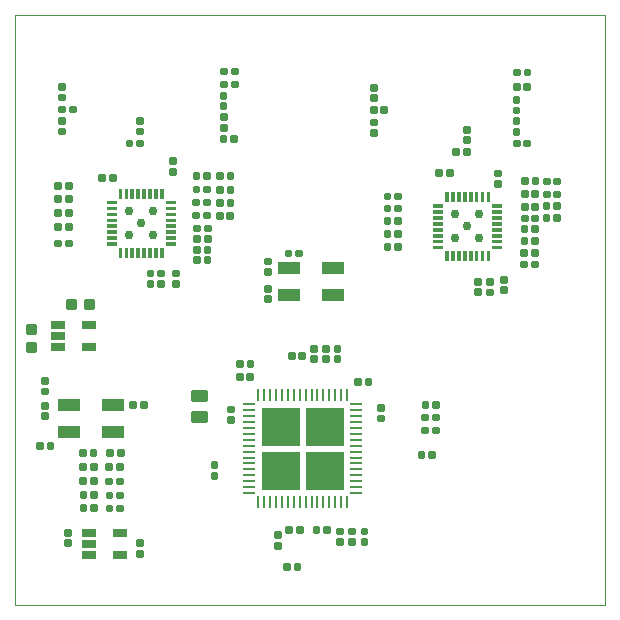
<source format=gtp>
G75*
%MOIN*%
%OFA0B0*%
%FSLAX25Y25*%
%IPPOS*%
%LPD*%
%AMOC8*
5,1,8,0,0,1.08239X$1,22.5*
%
%ADD10C,0.00000*%
%ADD11C,0.01250*%
%ADD12C,0.01000*%
%ADD13R,0.00984X0.03937*%
%ADD14R,0.03937X0.00984*%
%ADD15R,0.12795X0.12795*%
%ADD16C,0.03000*%
%ADD17C,0.00220*%
%ADD18R,0.07480X0.04331*%
%ADD19R,0.04724X0.02717*%
%ADD20C,0.00875*%
D10*
X0002386Y0002294D02*
X0002386Y0199144D01*
X0199236Y0199144D01*
X0199236Y0002294D01*
X0002386Y0002294D01*
D11*
X0019478Y0022360D02*
X0019478Y0023610D01*
X0020728Y0023610D01*
X0020728Y0022360D01*
X0019478Y0022360D01*
X0019478Y0023609D02*
X0020728Y0023609D01*
X0019478Y0025860D02*
X0019478Y0027110D01*
X0020728Y0027110D01*
X0020728Y0025860D01*
X0019478Y0025860D01*
X0019478Y0027109D02*
X0020728Y0027109D01*
X0024696Y0033992D02*
X0024696Y0035242D01*
X0025946Y0035242D01*
X0025946Y0033992D01*
X0024696Y0033992D01*
X0024696Y0035241D02*
X0025946Y0035241D01*
X0028196Y0035242D02*
X0028196Y0033992D01*
X0028196Y0035242D02*
X0029446Y0035242D01*
X0029446Y0033992D01*
X0028196Y0033992D01*
X0028196Y0035241D02*
X0029446Y0035241D01*
X0028157Y0038323D02*
X0028157Y0039573D01*
X0029407Y0039573D01*
X0029407Y0038323D01*
X0028157Y0038323D01*
X0028157Y0039572D02*
X0029407Y0039572D01*
X0028117Y0043047D02*
X0028117Y0044297D01*
X0029367Y0044297D01*
X0029367Y0043047D01*
X0028117Y0043047D01*
X0028117Y0044296D02*
X0029367Y0044296D01*
X0028078Y0047771D02*
X0028078Y0049021D01*
X0029328Y0049021D01*
X0029328Y0047771D01*
X0028078Y0047771D01*
X0028078Y0049020D02*
X0029328Y0049020D01*
X0028039Y0052496D02*
X0028039Y0053746D01*
X0029289Y0053746D01*
X0029289Y0052496D01*
X0028039Y0052496D01*
X0028039Y0053745D02*
X0029289Y0053745D01*
X0024539Y0053746D02*
X0024539Y0052496D01*
X0024539Y0053746D02*
X0025789Y0053746D01*
X0025789Y0052496D01*
X0024539Y0052496D01*
X0024539Y0053745D02*
X0025789Y0053745D01*
X0024578Y0049021D02*
X0024578Y0047771D01*
X0024578Y0049021D02*
X0025828Y0049021D01*
X0025828Y0047771D01*
X0024578Y0047771D01*
X0024578Y0049020D02*
X0025828Y0049020D01*
X0024617Y0044297D02*
X0024617Y0043047D01*
X0024617Y0044297D02*
X0025867Y0044297D01*
X0025867Y0043047D01*
X0024617Y0043047D01*
X0024617Y0044296D02*
X0025867Y0044296D01*
X0024657Y0039573D02*
X0024657Y0038323D01*
X0024657Y0039573D02*
X0025907Y0039573D01*
X0025907Y0038323D01*
X0024657Y0038323D01*
X0024657Y0039572D02*
X0025907Y0039572D01*
X0033318Y0039455D02*
X0034568Y0039455D01*
X0034568Y0038205D01*
X0033318Y0038205D01*
X0033318Y0039455D01*
X0033318Y0039454D02*
X0034568Y0039454D01*
X0036818Y0039455D02*
X0038068Y0039455D01*
X0038068Y0038205D01*
X0036818Y0038205D01*
X0036818Y0039455D01*
X0036818Y0039454D02*
X0038068Y0039454D01*
X0038029Y0044179D02*
X0036779Y0044179D01*
X0038029Y0044179D02*
X0038029Y0042929D01*
X0036779Y0042929D01*
X0036779Y0044179D01*
X0036779Y0044178D02*
X0038029Y0044178D01*
X0037989Y0048903D02*
X0036739Y0048903D01*
X0037989Y0048903D02*
X0037989Y0047653D01*
X0036739Y0047653D01*
X0036739Y0048903D01*
X0036739Y0048902D02*
X0037989Y0048902D01*
X0038344Y0053628D02*
X0037094Y0053628D01*
X0038344Y0053628D02*
X0038344Y0052378D01*
X0037094Y0052378D01*
X0037094Y0053628D01*
X0037094Y0053627D02*
X0038344Y0053627D01*
X0034844Y0053628D02*
X0033594Y0053628D01*
X0034844Y0053628D02*
X0034844Y0052378D01*
X0033594Y0052378D01*
X0033594Y0053628D01*
X0033594Y0053627D02*
X0034844Y0053627D01*
X0034489Y0048903D02*
X0033239Y0048903D01*
X0034489Y0048903D02*
X0034489Y0047653D01*
X0033239Y0047653D01*
X0033239Y0048903D01*
X0033239Y0048902D02*
X0034489Y0048902D01*
X0034529Y0044179D02*
X0033279Y0044179D01*
X0034529Y0044179D02*
X0034529Y0042929D01*
X0033279Y0042929D01*
X0033279Y0044179D01*
X0033279Y0044178D02*
X0034529Y0044178D01*
X0034608Y0035124D02*
X0033358Y0035124D01*
X0034608Y0035124D02*
X0034608Y0033874D01*
X0033358Y0033874D01*
X0033358Y0035124D01*
X0033358Y0035123D02*
X0034608Y0035123D01*
X0036858Y0035124D02*
X0038108Y0035124D01*
X0038108Y0033874D01*
X0036858Y0033874D01*
X0036858Y0035124D01*
X0036858Y0035123D02*
X0038108Y0035123D01*
X0043493Y0023567D02*
X0043493Y0022317D01*
X0043493Y0023567D02*
X0044743Y0023567D01*
X0044743Y0022317D01*
X0043493Y0022317D01*
X0043493Y0023566D02*
X0044743Y0023566D01*
X0043493Y0020067D02*
X0043493Y0018817D01*
X0043493Y0020067D02*
X0044743Y0020067D01*
X0044743Y0018817D01*
X0043493Y0018817D01*
X0043493Y0020066D02*
X0044743Y0020066D01*
X0069547Y0044801D02*
X0069547Y0046051D01*
X0069547Y0044801D02*
X0068297Y0044801D01*
X0068297Y0046051D01*
X0069547Y0046051D01*
X0069547Y0046050D02*
X0068297Y0046050D01*
X0069547Y0048301D02*
X0069547Y0049551D01*
X0069547Y0048301D02*
X0068297Y0048301D01*
X0068297Y0049551D01*
X0069547Y0049551D01*
X0069547Y0049550D02*
X0068297Y0049550D01*
X0075019Y0063384D02*
X0075019Y0064634D01*
X0075019Y0063384D02*
X0073769Y0063384D01*
X0073769Y0064634D01*
X0075019Y0064634D01*
X0075019Y0064633D02*
X0073769Y0064633D01*
X0075019Y0066884D02*
X0075019Y0068134D01*
X0075019Y0066884D02*
X0073769Y0066884D01*
X0073769Y0068134D01*
X0075019Y0068134D01*
X0075019Y0068133D02*
X0073769Y0068133D01*
X0076783Y0077732D02*
X0078033Y0077732D01*
X0076783Y0077732D02*
X0076783Y0078982D01*
X0078033Y0078982D01*
X0078033Y0077732D01*
X0078033Y0078981D02*
X0076783Y0078981D01*
X0076822Y0082063D02*
X0078072Y0082063D01*
X0076822Y0082063D02*
X0076822Y0083313D01*
X0078072Y0083313D01*
X0078072Y0082063D01*
X0078072Y0083312D02*
X0076822Y0083312D01*
X0080322Y0082063D02*
X0081572Y0082063D01*
X0080322Y0082063D02*
X0080322Y0083313D01*
X0081572Y0083313D01*
X0081572Y0082063D01*
X0081572Y0083312D02*
X0080322Y0083312D01*
X0080283Y0077732D02*
X0081533Y0077732D01*
X0080283Y0077732D02*
X0080283Y0078982D01*
X0081533Y0078982D01*
X0081533Y0077732D01*
X0081533Y0078981D02*
X0080283Y0078981D01*
X0094106Y0084740D02*
X0095356Y0084740D01*
X0094106Y0084740D02*
X0094106Y0085990D01*
X0095356Y0085990D01*
X0095356Y0084740D01*
X0095356Y0085989D02*
X0094106Y0085989D01*
X0097606Y0084740D02*
X0098856Y0084740D01*
X0097606Y0084740D02*
X0097606Y0085990D01*
X0098856Y0085990D01*
X0098856Y0084740D01*
X0098856Y0085989D02*
X0097606Y0085989D01*
X0102775Y0084949D02*
X0102775Y0083699D01*
X0101525Y0083699D01*
X0101525Y0084949D01*
X0102775Y0084949D01*
X0102775Y0084948D02*
X0101525Y0084948D01*
X0102775Y0087199D02*
X0102775Y0088449D01*
X0102775Y0087199D02*
X0101525Y0087199D01*
X0101525Y0088449D01*
X0102775Y0088449D01*
X0102775Y0088448D02*
X0101525Y0088448D01*
X0105383Y0088449D02*
X0105383Y0087199D01*
X0105383Y0088449D02*
X0106633Y0088449D01*
X0106633Y0087199D01*
X0105383Y0087199D01*
X0105383Y0088448D02*
X0106633Y0088448D01*
X0109320Y0088409D02*
X0109320Y0087159D01*
X0109320Y0088409D02*
X0110570Y0088409D01*
X0110570Y0087159D01*
X0109320Y0087159D01*
X0109320Y0088408D02*
X0110570Y0088408D01*
X0109320Y0084909D02*
X0109320Y0083659D01*
X0109320Y0084909D02*
X0110570Y0084909D01*
X0110570Y0083659D01*
X0109320Y0083659D01*
X0109320Y0084908D02*
X0110570Y0084908D01*
X0105383Y0084949D02*
X0105383Y0083699D01*
X0105383Y0084949D02*
X0106633Y0084949D01*
X0106633Y0083699D01*
X0105383Y0083699D01*
X0105383Y0084948D02*
X0106633Y0084948D01*
X0116192Y0077250D02*
X0117442Y0077250D01*
X0117442Y0076000D01*
X0116192Y0076000D01*
X0116192Y0077250D01*
X0116192Y0077249D02*
X0117442Y0077249D01*
X0119692Y0077250D02*
X0120942Y0077250D01*
X0120942Y0076000D01*
X0119692Y0076000D01*
X0119692Y0077250D01*
X0119692Y0077249D02*
X0120942Y0077249D01*
X0125058Y0068685D02*
X0125058Y0067435D01*
X0123808Y0067435D01*
X0123808Y0068685D01*
X0125058Y0068685D01*
X0125058Y0068684D02*
X0123808Y0068684D01*
X0125058Y0065185D02*
X0125058Y0063935D01*
X0123808Y0063935D01*
X0123808Y0065185D01*
X0125058Y0065185D01*
X0125058Y0065184D02*
X0123808Y0065184D01*
X0138594Y0064268D02*
X0139844Y0064268D01*
X0138594Y0064268D02*
X0138594Y0065518D01*
X0139844Y0065518D01*
X0139844Y0064268D01*
X0139844Y0065517D02*
X0138594Y0065517D01*
X0138673Y0068441D02*
X0139923Y0068441D01*
X0138673Y0068441D02*
X0138673Y0069691D01*
X0139923Y0069691D01*
X0139923Y0068441D01*
X0139923Y0069690D02*
X0138673Y0069690D01*
X0142173Y0068441D02*
X0143423Y0068441D01*
X0142173Y0068441D02*
X0142173Y0069691D01*
X0143423Y0069691D01*
X0143423Y0068441D01*
X0143423Y0069690D02*
X0142173Y0069690D01*
X0142094Y0064268D02*
X0143344Y0064268D01*
X0142094Y0064268D02*
X0142094Y0065518D01*
X0143344Y0065518D01*
X0143344Y0064268D01*
X0143344Y0065517D02*
X0142094Y0065517D01*
X0142094Y0059937D02*
X0143344Y0059937D01*
X0142094Y0059937D02*
X0142094Y0061187D01*
X0143344Y0061187D01*
X0143344Y0059937D01*
X0143344Y0061186D02*
X0142094Y0061186D01*
X0139844Y0059937D02*
X0138594Y0059937D01*
X0138594Y0061187D01*
X0139844Y0061187D01*
X0139844Y0059937D01*
X0139844Y0061186D02*
X0138594Y0061186D01*
X0138623Y0051708D02*
X0137373Y0051708D01*
X0137373Y0052958D01*
X0138623Y0052958D01*
X0138623Y0051708D01*
X0138623Y0052957D02*
X0137373Y0052957D01*
X0140873Y0051708D02*
X0142123Y0051708D01*
X0140873Y0051708D02*
X0140873Y0052958D01*
X0142123Y0052958D01*
X0142123Y0051708D01*
X0142123Y0052957D02*
X0140873Y0052957D01*
X0118297Y0027504D02*
X0118297Y0026254D01*
X0118297Y0027504D02*
X0119547Y0027504D01*
X0119547Y0026254D01*
X0118297Y0026254D01*
X0118297Y0027503D02*
X0119547Y0027503D01*
X0118297Y0024004D02*
X0118297Y0022754D01*
X0118297Y0024004D02*
X0119547Y0024004D01*
X0119547Y0022754D01*
X0118297Y0022754D01*
X0118297Y0024003D02*
X0119547Y0024003D01*
X0114202Y0024004D02*
X0114202Y0022754D01*
X0114202Y0024004D02*
X0115452Y0024004D01*
X0115452Y0022754D01*
X0114202Y0022754D01*
X0114202Y0024003D02*
X0115452Y0024003D01*
X0114202Y0026254D02*
X0114202Y0027504D01*
X0115452Y0027504D01*
X0115452Y0026254D01*
X0114202Y0026254D01*
X0114202Y0027503D02*
X0115452Y0027503D01*
X0110265Y0027464D02*
X0110265Y0026214D01*
X0110265Y0027464D02*
X0111515Y0027464D01*
X0111515Y0026214D01*
X0110265Y0026214D01*
X0110265Y0027463D02*
X0111515Y0027463D01*
X0110265Y0023964D02*
X0110265Y0022714D01*
X0110265Y0023964D02*
X0111515Y0023964D01*
X0111515Y0022714D01*
X0110265Y0022714D01*
X0110265Y0023963D02*
X0111515Y0023963D01*
X0107123Y0028077D02*
X0105873Y0028077D01*
X0107123Y0028077D02*
X0107123Y0026827D01*
X0105873Y0026827D01*
X0105873Y0028077D01*
X0105873Y0028076D02*
X0107123Y0028076D01*
X0103623Y0028077D02*
X0102373Y0028077D01*
X0103623Y0028077D02*
X0103623Y0026827D01*
X0102373Y0026827D01*
X0102373Y0028077D01*
X0102373Y0028076D02*
X0103623Y0028076D01*
X0098029Y0028077D02*
X0096779Y0028077D01*
X0098029Y0028077D02*
X0098029Y0026827D01*
X0096779Y0026827D01*
X0096779Y0028077D01*
X0096779Y0028076D02*
X0098029Y0028076D01*
X0094529Y0028077D02*
X0093279Y0028077D01*
X0094529Y0028077D02*
X0094529Y0026827D01*
X0093279Y0026827D01*
X0093279Y0028077D01*
X0093279Y0028076D02*
X0094529Y0028076D01*
X0090728Y0026244D02*
X0090728Y0024994D01*
X0089478Y0024994D01*
X0089478Y0026244D01*
X0090728Y0026244D01*
X0090728Y0026243D02*
X0089478Y0026243D01*
X0090728Y0022744D02*
X0090728Y0021494D01*
X0089478Y0021494D01*
X0089478Y0022744D01*
X0090728Y0022744D01*
X0090728Y0022743D02*
X0089478Y0022743D01*
X0092491Y0014504D02*
X0093741Y0014504D01*
X0092491Y0014504D02*
X0092491Y0015754D01*
X0093741Y0015754D01*
X0093741Y0014504D01*
X0093741Y0015753D02*
X0092491Y0015753D01*
X0095991Y0014504D02*
X0097241Y0014504D01*
X0095991Y0014504D02*
X0095991Y0015754D01*
X0097241Y0015754D01*
X0097241Y0014504D01*
X0097241Y0015753D02*
X0095991Y0015753D01*
X0046021Y0068441D02*
X0044771Y0068441D01*
X0044771Y0069691D01*
X0046021Y0069691D01*
X0046021Y0068441D01*
X0046021Y0069690D02*
X0044771Y0069690D01*
X0042521Y0068441D02*
X0041271Y0068441D01*
X0041271Y0069691D01*
X0042521Y0069691D01*
X0042521Y0068441D01*
X0042521Y0069690D02*
X0041271Y0069690D01*
X0014879Y0054661D02*
X0013629Y0054661D01*
X0013629Y0055911D01*
X0014879Y0055911D01*
X0014879Y0054661D01*
X0014879Y0055910D02*
X0013629Y0055910D01*
X0011379Y0054661D02*
X0010129Y0054661D01*
X0010129Y0055911D01*
X0011379Y0055911D01*
X0011379Y0054661D01*
X0011379Y0055910D02*
X0010129Y0055910D01*
X0011879Y0064683D02*
X0011879Y0065933D01*
X0013129Y0065933D01*
X0013129Y0064683D01*
X0011879Y0064683D01*
X0011879Y0065932D02*
X0013129Y0065932D01*
X0011879Y0068183D02*
X0011879Y0069433D01*
X0013129Y0069433D01*
X0013129Y0068183D01*
X0011879Y0068183D01*
X0011879Y0069432D02*
X0013129Y0069432D01*
X0011840Y0072911D02*
X0011840Y0074161D01*
X0013090Y0074161D01*
X0013090Y0072911D01*
X0011840Y0072911D01*
X0011840Y0074160D02*
X0013090Y0074160D01*
X0011840Y0076411D02*
X0011840Y0077661D01*
X0013090Y0077661D01*
X0013090Y0076411D01*
X0011840Y0076411D01*
X0011840Y0077660D02*
X0013090Y0077660D01*
X0047037Y0108777D02*
X0047037Y0110027D01*
X0048287Y0110027D01*
X0048287Y0108777D01*
X0047037Y0108777D01*
X0047037Y0110026D02*
X0048287Y0110026D01*
X0047037Y0112277D02*
X0047037Y0113527D01*
X0048287Y0113527D01*
X0048287Y0112277D01*
X0047037Y0112277D01*
X0047037Y0113526D02*
X0048287Y0113526D01*
X0050580Y0113488D02*
X0050580Y0112238D01*
X0050580Y0113488D02*
X0051830Y0113488D01*
X0051830Y0112238D01*
X0050580Y0112238D01*
X0050580Y0113487D02*
X0051830Y0113487D01*
X0050580Y0109988D02*
X0050580Y0108738D01*
X0050580Y0109988D02*
X0051830Y0109988D01*
X0051830Y0108738D01*
X0050580Y0108738D01*
X0050580Y0109987D02*
X0051830Y0109987D01*
X0056673Y0109988D02*
X0056673Y0108738D01*
X0055423Y0108738D01*
X0055423Y0109988D01*
X0056673Y0109988D01*
X0056673Y0109987D02*
X0055423Y0109987D01*
X0056673Y0112238D02*
X0056673Y0113488D01*
X0056673Y0112238D02*
X0055423Y0112238D01*
X0055423Y0113488D01*
X0056673Y0113488D01*
X0056673Y0113487D02*
X0055423Y0113487D01*
X0062491Y0116630D02*
X0063741Y0116630D01*
X0062491Y0116630D02*
X0062491Y0117880D01*
X0063741Y0117880D01*
X0063741Y0116630D01*
X0063741Y0117879D02*
X0062491Y0117879D01*
X0062531Y0120173D02*
X0063781Y0120173D01*
X0062531Y0120173D02*
X0062531Y0121423D01*
X0063781Y0121423D01*
X0063781Y0120173D01*
X0063781Y0121422D02*
X0062531Y0121422D01*
X0062570Y0123716D02*
X0063820Y0123716D01*
X0062570Y0123716D02*
X0062570Y0124966D01*
X0063820Y0124966D01*
X0063820Y0123716D01*
X0063820Y0124965D02*
X0062570Y0124965D01*
X0062610Y0127260D02*
X0063860Y0127260D01*
X0062610Y0127260D02*
X0062610Y0128510D01*
X0063860Y0128510D01*
X0063860Y0127260D01*
X0063860Y0128509D02*
X0062610Y0128509D01*
X0062255Y0131590D02*
X0063505Y0131590D01*
X0062255Y0131590D02*
X0062255Y0132840D01*
X0063505Y0132840D01*
X0063505Y0131590D01*
X0063505Y0132839D02*
X0062255Y0132839D01*
X0062295Y0135921D02*
X0063545Y0135921D01*
X0062295Y0135921D02*
X0062295Y0137171D01*
X0063545Y0137171D01*
X0063545Y0135921D01*
X0063545Y0137170D02*
X0062295Y0137170D01*
X0062334Y0140252D02*
X0063584Y0140252D01*
X0062334Y0140252D02*
X0062334Y0141502D01*
X0063584Y0141502D01*
X0063584Y0140252D01*
X0063584Y0141501D02*
X0062334Y0141501D01*
X0062334Y0144819D02*
X0063584Y0144819D01*
X0062334Y0144819D02*
X0062334Y0146069D01*
X0063584Y0146069D01*
X0063584Y0144819D01*
X0063584Y0146068D02*
X0062334Y0146068D01*
X0065834Y0144819D02*
X0067084Y0144819D01*
X0065834Y0144819D02*
X0065834Y0146069D01*
X0067084Y0146069D01*
X0067084Y0144819D01*
X0067084Y0146068D02*
X0065834Y0146068D01*
X0065834Y0140252D02*
X0067084Y0140252D01*
X0065834Y0140252D02*
X0065834Y0141502D01*
X0067084Y0141502D01*
X0067084Y0140252D01*
X0067084Y0141501D02*
X0065834Y0141501D01*
X0065795Y0135921D02*
X0067045Y0135921D01*
X0065795Y0135921D02*
X0065795Y0137171D01*
X0067045Y0137171D01*
X0067045Y0135921D01*
X0067045Y0137170D02*
X0065795Y0137170D01*
X0065755Y0131590D02*
X0067005Y0131590D01*
X0065755Y0131590D02*
X0065755Y0132840D01*
X0067005Y0132840D01*
X0067005Y0131590D01*
X0067005Y0132839D02*
X0065755Y0132839D01*
X0071340Y0132722D02*
X0071340Y0131472D01*
X0070090Y0131472D01*
X0070090Y0132722D01*
X0071340Y0132722D01*
X0071340Y0132721D02*
X0070090Y0132721D01*
X0071379Y0135803D02*
X0071379Y0137053D01*
X0071379Y0135803D02*
X0070129Y0135803D01*
X0070129Y0137053D01*
X0071379Y0137053D01*
X0071379Y0137052D02*
X0070129Y0137052D01*
X0071419Y0140134D02*
X0071419Y0141384D01*
X0071419Y0140134D02*
X0070169Y0140134D01*
X0070169Y0141384D01*
X0071419Y0141384D01*
X0071419Y0141383D02*
X0070169Y0141383D01*
X0071458Y0144858D02*
X0071458Y0146108D01*
X0071458Y0144858D02*
X0070208Y0144858D01*
X0070208Y0146108D01*
X0071458Y0146108D01*
X0071458Y0146107D02*
X0070208Y0146107D01*
X0074958Y0146108D02*
X0074958Y0144858D01*
X0073708Y0144858D01*
X0073708Y0146108D01*
X0074958Y0146108D01*
X0074958Y0146107D02*
X0073708Y0146107D01*
X0074919Y0141384D02*
X0074919Y0140134D01*
X0073669Y0140134D01*
X0073669Y0141384D01*
X0074919Y0141384D01*
X0074919Y0141383D02*
X0073669Y0141383D01*
X0074879Y0137053D02*
X0074879Y0135803D01*
X0073629Y0135803D01*
X0073629Y0137053D01*
X0074879Y0137053D01*
X0074879Y0137052D02*
X0073629Y0137052D01*
X0074840Y0132722D02*
X0074840Y0131472D01*
X0073590Y0131472D01*
X0073590Y0132722D01*
X0074840Y0132722D01*
X0074840Y0132721D02*
X0073590Y0132721D01*
X0067360Y0127260D02*
X0066110Y0127260D01*
X0066110Y0128510D01*
X0067360Y0128510D01*
X0067360Y0127260D01*
X0067360Y0128509D02*
X0066110Y0128509D01*
X0066070Y0123716D02*
X0067320Y0123716D01*
X0066070Y0123716D02*
X0066070Y0124966D01*
X0067320Y0124966D01*
X0067320Y0123716D01*
X0067320Y0124965D02*
X0066070Y0124965D01*
X0066031Y0120173D02*
X0067281Y0120173D01*
X0066031Y0120173D02*
X0066031Y0121423D01*
X0067281Y0121423D01*
X0067281Y0120173D01*
X0067281Y0121422D02*
X0066031Y0121422D01*
X0065991Y0116630D02*
X0067241Y0116630D01*
X0065991Y0116630D02*
X0065991Y0117880D01*
X0067241Y0117880D01*
X0067241Y0116630D01*
X0067241Y0117879D02*
X0065991Y0117879D01*
X0086249Y0117504D02*
X0086249Y0116254D01*
X0086249Y0117504D02*
X0087499Y0117504D01*
X0087499Y0116254D01*
X0086249Y0116254D01*
X0086249Y0117503D02*
X0087499Y0117503D01*
X0086249Y0114004D02*
X0086249Y0112754D01*
X0086249Y0114004D02*
X0087499Y0114004D01*
X0087499Y0112754D01*
X0086249Y0112754D01*
X0086249Y0114003D02*
X0087499Y0114003D01*
X0086249Y0108409D02*
X0086249Y0107159D01*
X0086249Y0108409D02*
X0087499Y0108409D01*
X0087499Y0107159D01*
X0086249Y0107159D01*
X0086249Y0108408D02*
X0087499Y0108408D01*
X0086249Y0104909D02*
X0086249Y0103659D01*
X0086249Y0104909D02*
X0087499Y0104909D01*
X0087499Y0103659D01*
X0086249Y0103659D01*
X0086249Y0104908D02*
X0087499Y0104908D01*
X0093003Y0118913D02*
X0094253Y0118913D01*
X0093003Y0118913D02*
X0093003Y0120163D01*
X0094253Y0120163D01*
X0094253Y0118913D01*
X0094253Y0120162D02*
X0093003Y0120162D01*
X0096503Y0118913D02*
X0097753Y0118913D01*
X0096503Y0118913D02*
X0096503Y0120163D01*
X0097753Y0120163D01*
X0097753Y0118913D01*
X0097753Y0120162D02*
X0096503Y0120162D01*
X0125995Y0122250D02*
X0127245Y0122250D01*
X0127245Y0121000D01*
X0125995Y0121000D01*
X0125995Y0122250D01*
X0125995Y0122249D02*
X0127245Y0122249D01*
X0129495Y0122250D02*
X0130745Y0122250D01*
X0130745Y0121000D01*
X0129495Y0121000D01*
X0129495Y0122250D01*
X0129495Y0122249D02*
X0130745Y0122249D01*
X0130745Y0126581D02*
X0129495Y0126581D01*
X0130745Y0126581D02*
X0130745Y0125331D01*
X0129495Y0125331D01*
X0129495Y0126581D01*
X0129495Y0126580D02*
X0130745Y0126580D01*
X0130745Y0130911D02*
X0129495Y0130911D01*
X0130745Y0130911D02*
X0130745Y0129661D01*
X0129495Y0129661D01*
X0129495Y0130911D01*
X0129495Y0130910D02*
X0130745Y0130910D01*
X0130745Y0133913D02*
X0129495Y0133913D01*
X0129495Y0135163D01*
X0130745Y0135163D01*
X0130745Y0133913D01*
X0130745Y0135162D02*
X0129495Y0135162D01*
X0127245Y0133913D02*
X0125995Y0133913D01*
X0125995Y0135163D01*
X0127245Y0135163D01*
X0127245Y0133913D01*
X0127245Y0135162D02*
X0125995Y0135162D01*
X0125995Y0139179D02*
X0127245Y0139179D01*
X0127245Y0137929D01*
X0125995Y0137929D01*
X0125995Y0139179D01*
X0125995Y0139178D02*
X0127245Y0139178D01*
X0129495Y0139179D02*
X0130745Y0139179D01*
X0130745Y0137929D01*
X0129495Y0137929D01*
X0129495Y0139179D01*
X0129495Y0139178D02*
X0130745Y0139178D01*
X0127245Y0130911D02*
X0125995Y0130911D01*
X0127245Y0130911D02*
X0127245Y0129661D01*
X0125995Y0129661D01*
X0125995Y0130911D01*
X0125995Y0130910D02*
X0127245Y0130910D01*
X0127245Y0126581D02*
X0125995Y0126581D01*
X0127245Y0126581D02*
X0127245Y0125331D01*
X0125995Y0125331D01*
X0125995Y0126581D01*
X0125995Y0126580D02*
X0127245Y0126580D01*
X0143279Y0147053D02*
X0144529Y0147053D01*
X0144529Y0145803D01*
X0143279Y0145803D01*
X0143279Y0147053D01*
X0143279Y0147052D02*
X0144529Y0147052D01*
X0146779Y0147053D02*
X0148029Y0147053D01*
X0148029Y0145803D01*
X0146779Y0145803D01*
X0146779Y0147053D01*
X0146779Y0147052D02*
X0148029Y0147052D01*
X0148909Y0152850D02*
X0150159Y0152850D01*
X0148909Y0152850D02*
X0148909Y0154100D01*
X0150159Y0154100D01*
X0150159Y0152850D01*
X0150159Y0154099D02*
X0148909Y0154099D01*
X0152409Y0152850D02*
X0153659Y0152850D01*
X0152409Y0152850D02*
X0152409Y0154100D01*
X0153659Y0154100D01*
X0153659Y0152850D01*
X0153659Y0154099D02*
X0152409Y0154099D01*
X0153798Y0156651D02*
X0153798Y0157901D01*
X0153798Y0156651D02*
X0152548Y0156651D01*
X0152548Y0157901D01*
X0153798Y0157901D01*
X0153798Y0157900D02*
X0152548Y0157900D01*
X0153798Y0160151D02*
X0153798Y0161401D01*
X0153798Y0160151D02*
X0152548Y0160151D01*
X0152548Y0161401D01*
X0153798Y0161401D01*
X0153798Y0161400D02*
X0152548Y0161400D01*
X0164074Y0146795D02*
X0164074Y0145545D01*
X0162824Y0145545D01*
X0162824Y0146795D01*
X0164074Y0146795D01*
X0164074Y0146794D02*
X0162824Y0146794D01*
X0164074Y0143295D02*
X0164074Y0142045D01*
X0162824Y0142045D01*
X0162824Y0143295D01*
X0164074Y0143295D01*
X0164074Y0143294D02*
X0162824Y0143294D01*
X0171822Y0143008D02*
X0173072Y0143008D01*
X0171822Y0143008D02*
X0171822Y0144258D01*
X0173072Y0144258D01*
X0173072Y0143008D01*
X0173072Y0144257D02*
X0171822Y0144257D01*
X0175322Y0143008D02*
X0176572Y0143008D01*
X0175322Y0143008D02*
X0175322Y0144258D01*
X0176572Y0144258D01*
X0176572Y0143008D01*
X0176572Y0144257D02*
X0175322Y0144257D01*
X0180356Y0144140D02*
X0180356Y0142890D01*
X0179106Y0142890D01*
X0179106Y0144140D01*
X0180356Y0144140D01*
X0180356Y0144139D02*
X0179106Y0144139D01*
X0183856Y0144140D02*
X0183856Y0142890D01*
X0182606Y0142890D01*
X0182606Y0144140D01*
X0183856Y0144140D01*
X0183856Y0144139D02*
X0182606Y0144139D01*
X0183816Y0139809D02*
X0183816Y0138559D01*
X0182566Y0138559D01*
X0182566Y0139809D01*
X0183816Y0139809D01*
X0183816Y0139808D02*
X0182566Y0139808D01*
X0180316Y0139809D02*
X0180316Y0138559D01*
X0179066Y0138559D01*
X0179066Y0139809D01*
X0180316Y0139809D01*
X0180316Y0139808D02*
X0179066Y0139808D01*
X0176533Y0138677D02*
X0175283Y0138677D01*
X0175283Y0139927D01*
X0176533Y0139927D01*
X0176533Y0138677D01*
X0176533Y0139926D02*
X0175283Y0139926D01*
X0173033Y0138677D02*
X0171783Y0138677D01*
X0171783Y0139927D01*
X0173033Y0139927D01*
X0173033Y0138677D01*
X0173033Y0139926D02*
X0171783Y0139926D01*
X0171783Y0134504D02*
X0173033Y0134504D01*
X0171783Y0134504D02*
X0171783Y0135754D01*
X0173033Y0135754D01*
X0173033Y0134504D01*
X0173033Y0135753D02*
X0171783Y0135753D01*
X0175283Y0134504D02*
X0176533Y0134504D01*
X0175283Y0134504D02*
X0175283Y0135754D01*
X0176533Y0135754D01*
X0176533Y0134504D01*
X0176533Y0135753D02*
X0175283Y0135753D01*
X0180277Y0135872D02*
X0180277Y0134622D01*
X0179027Y0134622D01*
X0179027Y0135872D01*
X0180277Y0135872D01*
X0180277Y0135871D02*
X0179027Y0135871D01*
X0183777Y0135872D02*
X0183777Y0134622D01*
X0182527Y0134622D01*
X0182527Y0135872D01*
X0183777Y0135872D01*
X0183777Y0135871D02*
X0182527Y0135871D01*
X0183737Y0131935D02*
X0183737Y0130685D01*
X0182487Y0130685D01*
X0182487Y0131935D01*
X0183737Y0131935D01*
X0183737Y0131934D02*
X0182487Y0131934D01*
X0180237Y0131935D02*
X0180237Y0130685D01*
X0178987Y0130685D01*
X0178987Y0131935D01*
X0180237Y0131935D01*
X0180237Y0131934D02*
X0178987Y0131934D01*
X0176493Y0130567D02*
X0175243Y0130567D01*
X0175243Y0131817D01*
X0176493Y0131817D01*
X0176493Y0130567D01*
X0176493Y0131816D02*
X0175243Y0131816D01*
X0172993Y0130567D02*
X0171743Y0130567D01*
X0171743Y0131817D01*
X0172993Y0131817D01*
X0172993Y0130567D01*
X0172993Y0131816D02*
X0171743Y0131816D01*
X0171704Y0127023D02*
X0172954Y0127023D01*
X0171704Y0127023D02*
X0171704Y0128273D01*
X0172954Y0128273D01*
X0172954Y0127023D01*
X0172954Y0128272D02*
X0171704Y0128272D01*
X0175204Y0127023D02*
X0176454Y0127023D01*
X0175204Y0127023D02*
X0175204Y0128273D01*
X0176454Y0128273D01*
X0176454Y0127023D01*
X0176454Y0128272D02*
X0175204Y0128272D01*
X0175165Y0123086D02*
X0176415Y0123086D01*
X0175165Y0123086D02*
X0175165Y0124336D01*
X0176415Y0124336D01*
X0176415Y0123086D01*
X0176415Y0124335D02*
X0175165Y0124335D01*
X0172915Y0123086D02*
X0171665Y0123086D01*
X0171665Y0124336D01*
X0172915Y0124336D01*
X0172915Y0123086D01*
X0172915Y0124335D02*
X0171665Y0124335D01*
X0171625Y0119149D02*
X0172875Y0119149D01*
X0171625Y0119149D02*
X0171625Y0120399D01*
X0172875Y0120399D01*
X0172875Y0119149D01*
X0172875Y0120398D02*
X0171625Y0120398D01*
X0175125Y0119149D02*
X0176375Y0119149D01*
X0175125Y0119149D02*
X0175125Y0120399D01*
X0176375Y0120399D01*
X0176375Y0119149D01*
X0176375Y0120398D02*
X0175125Y0120398D01*
X0175086Y0115212D02*
X0176336Y0115212D01*
X0175086Y0115212D02*
X0175086Y0116462D01*
X0176336Y0116462D01*
X0176336Y0115212D01*
X0176336Y0116461D02*
X0175086Y0116461D01*
X0172836Y0115212D02*
X0171586Y0115212D01*
X0171586Y0116462D01*
X0172836Y0116462D01*
X0172836Y0115212D01*
X0172836Y0116461D02*
X0171586Y0116461D01*
X0166043Y0111441D02*
X0166043Y0110191D01*
X0164793Y0110191D01*
X0164793Y0111441D01*
X0166043Y0111441D01*
X0166043Y0111440D02*
X0164793Y0111440D01*
X0166043Y0107941D02*
X0166043Y0106691D01*
X0164793Y0106691D01*
X0164793Y0107941D01*
X0166043Y0107941D01*
X0166043Y0107940D02*
X0164793Y0107940D01*
X0160186Y0107193D02*
X0160186Y0105943D01*
X0160186Y0107193D02*
X0161436Y0107193D01*
X0161436Y0105943D01*
X0160186Y0105943D01*
X0160186Y0107192D02*
X0161436Y0107192D01*
X0160186Y0109443D02*
X0160186Y0110693D01*
X0161436Y0110693D01*
X0161436Y0109443D01*
X0160186Y0109443D01*
X0160186Y0110692D02*
X0161436Y0110692D01*
X0156249Y0110732D02*
X0156249Y0109482D01*
X0156249Y0110732D02*
X0157499Y0110732D01*
X0157499Y0109482D01*
X0156249Y0109482D01*
X0156249Y0110731D02*
X0157499Y0110731D01*
X0156249Y0107232D02*
X0156249Y0105982D01*
X0156249Y0107232D02*
X0157499Y0107232D01*
X0157499Y0105982D01*
X0156249Y0105982D01*
X0156249Y0107231D02*
X0157499Y0107231D01*
X0169106Y0156817D02*
X0170356Y0156817D01*
X0170356Y0155567D01*
X0169106Y0155567D01*
X0169106Y0156817D01*
X0169106Y0156816D02*
X0170356Y0156816D01*
X0172606Y0156817D02*
X0173856Y0156817D01*
X0173856Y0155567D01*
X0172606Y0155567D01*
X0172606Y0156817D01*
X0172606Y0156816D02*
X0173856Y0156816D01*
X0170295Y0159525D02*
X0170295Y0160775D01*
X0170295Y0159525D02*
X0169045Y0159525D01*
X0169045Y0160775D01*
X0170295Y0160775D01*
X0170295Y0160774D02*
X0169045Y0160774D01*
X0170295Y0163025D02*
X0170295Y0164275D01*
X0170295Y0163025D02*
X0169045Y0163025D01*
X0169045Y0164275D01*
X0170295Y0164275D01*
X0170295Y0164274D02*
X0169045Y0164274D01*
X0169045Y0166612D02*
X0169045Y0167862D01*
X0170295Y0167862D01*
X0170295Y0166612D01*
X0169045Y0166612D01*
X0169045Y0167861D02*
X0170295Y0167861D01*
X0169045Y0170112D02*
X0169045Y0171362D01*
X0170295Y0171362D01*
X0170295Y0170112D01*
X0169045Y0170112D01*
X0169045Y0171361D02*
X0170295Y0171361D01*
X0170356Y0174504D02*
X0169106Y0174504D01*
X0169106Y0175754D01*
X0170356Y0175754D01*
X0170356Y0174504D01*
X0170356Y0175753D02*
X0169106Y0175753D01*
X0169145Y0179228D02*
X0170395Y0179228D01*
X0169145Y0179228D02*
X0169145Y0180478D01*
X0170395Y0180478D01*
X0170395Y0179228D01*
X0170395Y0180477D02*
X0169145Y0180477D01*
X0172645Y0179228D02*
X0173895Y0179228D01*
X0172645Y0179228D02*
X0172645Y0180478D01*
X0173895Y0180478D01*
X0173895Y0179228D01*
X0173895Y0180477D02*
X0172645Y0180477D01*
X0172606Y0174504D02*
X0173856Y0174504D01*
X0172606Y0174504D02*
X0172606Y0175754D01*
X0173856Y0175754D01*
X0173856Y0174504D01*
X0173856Y0175753D02*
X0172606Y0175753D01*
X0126139Y0166630D02*
X0124889Y0166630D01*
X0124889Y0167880D01*
X0126139Y0167880D01*
X0126139Y0166630D01*
X0126139Y0167879D02*
X0124889Y0167879D01*
X0122639Y0166630D02*
X0121389Y0166630D01*
X0121389Y0167880D01*
X0122639Y0167880D01*
X0122639Y0166630D01*
X0122639Y0167879D02*
X0121389Y0167879D01*
X0121446Y0170628D02*
X0121446Y0171878D01*
X0122696Y0171878D01*
X0122696Y0170628D01*
X0121446Y0170628D01*
X0121446Y0171877D02*
X0122696Y0171877D01*
X0121446Y0174128D02*
X0121446Y0175378D01*
X0122696Y0175378D01*
X0122696Y0174128D01*
X0121446Y0174128D01*
X0121446Y0175377D02*
X0122696Y0175377D01*
X0122657Y0163842D02*
X0122657Y0162592D01*
X0121407Y0162592D01*
X0121407Y0163842D01*
X0122657Y0163842D01*
X0122657Y0163841D02*
X0121407Y0163841D01*
X0122657Y0160342D02*
X0122657Y0159092D01*
X0121407Y0159092D01*
X0121407Y0160342D01*
X0122657Y0160342D01*
X0122657Y0160341D02*
X0121407Y0160341D01*
X0076100Y0158392D02*
X0074850Y0158392D01*
X0076100Y0158392D02*
X0076100Y0157142D01*
X0074850Y0157142D01*
X0074850Y0158392D01*
X0074850Y0158391D02*
X0076100Y0158391D01*
X0072600Y0158392D02*
X0071350Y0158392D01*
X0072600Y0158392D02*
X0072600Y0157142D01*
X0071350Y0157142D01*
X0071350Y0158392D01*
X0071350Y0158391D02*
X0072600Y0158391D01*
X0072657Y0160825D02*
X0072657Y0162075D01*
X0072657Y0160825D02*
X0071407Y0160825D01*
X0071407Y0162075D01*
X0072657Y0162075D01*
X0072657Y0162074D02*
X0071407Y0162074D01*
X0072657Y0164325D02*
X0072657Y0165575D01*
X0072657Y0164325D02*
X0071407Y0164325D01*
X0071407Y0165575D01*
X0072657Y0165575D01*
X0072657Y0165574D02*
X0071407Y0165574D01*
X0071367Y0168029D02*
X0071367Y0169279D01*
X0072617Y0169279D01*
X0072617Y0168029D01*
X0071367Y0168029D01*
X0071367Y0169278D02*
X0072617Y0169278D01*
X0071367Y0171529D02*
X0071367Y0172779D01*
X0072617Y0172779D01*
X0072617Y0171529D01*
X0071367Y0171529D01*
X0071367Y0172778D02*
X0072617Y0172778D01*
X0072836Y0175212D02*
X0071586Y0175212D01*
X0071586Y0176462D01*
X0072836Y0176462D01*
X0072836Y0175212D01*
X0072836Y0176461D02*
X0071586Y0176461D01*
X0071625Y0179543D02*
X0072875Y0179543D01*
X0071625Y0179543D02*
X0071625Y0180793D01*
X0072875Y0180793D01*
X0072875Y0179543D01*
X0072875Y0180792D02*
X0071625Y0180792D01*
X0075125Y0179543D02*
X0076375Y0179543D01*
X0075125Y0179543D02*
X0075125Y0180793D01*
X0076375Y0180793D01*
X0076375Y0179543D01*
X0076375Y0180792D02*
X0075125Y0180792D01*
X0075086Y0175212D02*
X0076336Y0175212D01*
X0075086Y0175212D02*
X0075086Y0176462D01*
X0076336Y0176462D01*
X0076336Y0175212D01*
X0076336Y0176461D02*
X0075086Y0176461D01*
X0055846Y0150929D02*
X0055846Y0149679D01*
X0054596Y0149679D01*
X0054596Y0150929D01*
X0055846Y0150929D01*
X0055846Y0150928D02*
X0054596Y0150928D01*
X0055846Y0147429D02*
X0055846Y0146179D01*
X0054596Y0146179D01*
X0054596Y0147429D01*
X0055846Y0147429D01*
X0055846Y0147428D02*
X0054596Y0147428D01*
X0044761Y0155567D02*
X0043511Y0155567D01*
X0043511Y0156817D01*
X0044761Y0156817D01*
X0044761Y0155567D01*
X0044761Y0156816D02*
X0043511Y0156816D01*
X0041261Y0155567D02*
X0040011Y0155567D01*
X0040011Y0156817D01*
X0041261Y0156817D01*
X0041261Y0155567D01*
X0041261Y0156816D02*
X0040011Y0156816D01*
X0044783Y0159565D02*
X0044783Y0160815D01*
X0044783Y0159565D02*
X0043533Y0159565D01*
X0043533Y0160815D01*
X0044783Y0160815D01*
X0044783Y0160814D02*
X0043533Y0160814D01*
X0044783Y0163065D02*
X0044783Y0164315D01*
X0044783Y0163065D02*
X0043533Y0163065D01*
X0043533Y0164315D01*
X0044783Y0164315D01*
X0044783Y0164314D02*
X0043533Y0164314D01*
X0035706Y0144110D02*
X0034456Y0144110D01*
X0034456Y0145360D01*
X0035706Y0145360D01*
X0035706Y0144110D01*
X0035706Y0145359D02*
X0034456Y0145359D01*
X0032206Y0144110D02*
X0030956Y0144110D01*
X0030956Y0145360D01*
X0032206Y0145360D01*
X0032206Y0144110D01*
X0032206Y0145359D02*
X0030956Y0145359D01*
X0021021Y0142683D02*
X0019771Y0142683D01*
X0021021Y0142683D02*
X0021021Y0141433D01*
X0019771Y0141433D01*
X0019771Y0142683D01*
X0019771Y0142682D02*
X0021021Y0142682D01*
X0017521Y0142683D02*
X0016271Y0142683D01*
X0017521Y0142683D02*
X0017521Y0141433D01*
X0016271Y0141433D01*
X0016271Y0142683D01*
X0016271Y0142682D02*
X0017521Y0142682D01*
X0017521Y0136984D02*
X0016271Y0136984D01*
X0016271Y0138234D01*
X0017521Y0138234D01*
X0017521Y0136984D01*
X0017521Y0138233D02*
X0016271Y0138233D01*
X0019771Y0136984D02*
X0021021Y0136984D01*
X0019771Y0136984D02*
X0019771Y0138234D01*
X0021021Y0138234D01*
X0021021Y0136984D01*
X0021021Y0138233D02*
X0019771Y0138233D01*
X0019771Y0133706D02*
X0021021Y0133706D01*
X0021021Y0132456D01*
X0019771Y0132456D01*
X0019771Y0133706D01*
X0019771Y0133705D02*
X0021021Y0133705D01*
X0017521Y0133706D02*
X0016271Y0133706D01*
X0017521Y0133706D02*
X0017521Y0132456D01*
X0016271Y0132456D01*
X0016271Y0133706D01*
X0016271Y0133705D02*
X0017521Y0133705D01*
X0017521Y0128982D02*
X0016271Y0128982D01*
X0017521Y0128982D02*
X0017521Y0127732D01*
X0016271Y0127732D01*
X0016271Y0128982D01*
X0016271Y0128981D02*
X0017521Y0128981D01*
X0019771Y0128982D02*
X0021021Y0128982D01*
X0021021Y0127732D01*
X0019771Y0127732D01*
X0019771Y0128982D01*
X0019771Y0128981D02*
X0021021Y0128981D01*
X0021021Y0123470D02*
X0019771Y0123470D01*
X0021021Y0123470D02*
X0021021Y0122220D01*
X0019771Y0122220D01*
X0019771Y0123470D01*
X0019771Y0123469D02*
X0021021Y0123469D01*
X0017521Y0123470D02*
X0016271Y0123470D01*
X0017521Y0123470D02*
X0017521Y0122220D01*
X0016271Y0122220D01*
X0016271Y0123470D01*
X0016271Y0123469D02*
X0017521Y0123469D01*
X0018720Y0159604D02*
X0018720Y0160854D01*
X0018720Y0159604D02*
X0017470Y0159604D01*
X0017470Y0160854D01*
X0018720Y0160854D01*
X0018720Y0160853D02*
X0017470Y0160853D01*
X0018720Y0163104D02*
X0018720Y0164354D01*
X0018720Y0163104D02*
X0017470Y0163104D01*
X0017470Y0164354D01*
X0018720Y0164354D01*
X0018720Y0164353D02*
X0017470Y0164353D01*
X0017570Y0166945D02*
X0018820Y0166945D01*
X0017570Y0166945D02*
X0017570Y0168195D01*
X0018820Y0168195D01*
X0018820Y0166945D01*
X0018820Y0168194D02*
X0017570Y0168194D01*
X0017430Y0170903D02*
X0017430Y0172153D01*
X0018680Y0172153D01*
X0018680Y0170903D01*
X0017430Y0170903D01*
X0017430Y0172152D02*
X0018680Y0172152D01*
X0017430Y0174403D02*
X0017430Y0175653D01*
X0018680Y0175653D01*
X0018680Y0174403D01*
X0017430Y0174403D01*
X0017430Y0175652D02*
X0018680Y0175652D01*
X0021070Y0166945D02*
X0022320Y0166945D01*
X0021070Y0166945D02*
X0021070Y0168195D01*
X0022320Y0168195D01*
X0022320Y0166945D01*
X0022320Y0168194D02*
X0021070Y0168194D01*
D12*
X0066014Y0073554D02*
X0066014Y0070554D01*
X0061514Y0070554D01*
X0061514Y0073554D01*
X0066014Y0073554D01*
X0066014Y0071553D02*
X0061514Y0071553D01*
X0061514Y0072552D02*
X0066014Y0072552D01*
X0066014Y0073551D02*
X0061514Y0073551D01*
X0066014Y0066554D02*
X0066014Y0063554D01*
X0061514Y0063554D01*
X0061514Y0066554D01*
X0066014Y0066554D01*
X0066014Y0064553D02*
X0061514Y0064553D01*
X0061514Y0065552D02*
X0066014Y0065552D01*
X0066014Y0066551D02*
X0061514Y0066551D01*
D13*
X0083607Y0072373D03*
X0085575Y0072373D03*
X0087544Y0072373D03*
X0089512Y0072373D03*
X0091481Y0072373D03*
X0093449Y0072373D03*
X0095418Y0072373D03*
X0097386Y0072373D03*
X0099355Y0072373D03*
X0101323Y0072373D03*
X0103292Y0072373D03*
X0105260Y0072373D03*
X0107229Y0072373D03*
X0109197Y0072373D03*
X0111166Y0072373D03*
X0113134Y0072373D03*
X0113134Y0036546D03*
X0111166Y0036546D03*
X0109197Y0036546D03*
X0107229Y0036546D03*
X0105260Y0036546D03*
X0103292Y0036546D03*
X0101323Y0036546D03*
X0099355Y0036546D03*
X0097386Y0036546D03*
X0095418Y0036546D03*
X0093449Y0036546D03*
X0091481Y0036546D03*
X0089512Y0036546D03*
X0087544Y0036546D03*
X0085575Y0036546D03*
X0083607Y0036546D03*
D14*
X0080457Y0039696D03*
X0080457Y0041664D03*
X0080457Y0043633D03*
X0080457Y0045601D03*
X0080457Y0047570D03*
X0080457Y0049538D03*
X0080457Y0051507D03*
X0080457Y0053475D03*
X0080457Y0055444D03*
X0080457Y0057412D03*
X0080457Y0059381D03*
X0080457Y0061349D03*
X0080457Y0063318D03*
X0080457Y0065286D03*
X0080457Y0067255D03*
X0080457Y0069223D03*
X0116284Y0069223D03*
X0116284Y0067255D03*
X0116284Y0065286D03*
X0116284Y0063318D03*
X0116284Y0061349D03*
X0116284Y0059381D03*
X0116284Y0057412D03*
X0116284Y0055444D03*
X0116284Y0053475D03*
X0116284Y0051507D03*
X0116284Y0049538D03*
X0116284Y0047570D03*
X0116284Y0045601D03*
X0116284Y0043633D03*
X0116284Y0041664D03*
X0116284Y0039696D03*
D15*
X0105752Y0047078D03*
X0105752Y0061841D03*
X0090988Y0061841D03*
X0090988Y0047078D03*
D16*
X0048355Y0125774D03*
X0044355Y0129774D03*
X0040355Y0125774D03*
X0040355Y0133774D03*
X0048355Y0133774D03*
X0149213Y0132593D03*
X0153213Y0128593D03*
X0157213Y0124593D03*
X0149213Y0124593D03*
X0157213Y0132593D03*
D17*
X0157694Y0136946D02*
X0157694Y0139926D01*
X0158574Y0139926D01*
X0158574Y0136946D01*
X0157694Y0136946D01*
X0157694Y0137165D02*
X0158574Y0137165D01*
X0158574Y0137384D02*
X0157694Y0137384D01*
X0157694Y0137603D02*
X0158574Y0137603D01*
X0158574Y0137822D02*
X0157694Y0137822D01*
X0157694Y0138041D02*
X0158574Y0138041D01*
X0158574Y0138260D02*
X0157694Y0138260D01*
X0157694Y0138479D02*
X0158574Y0138479D01*
X0158574Y0138698D02*
X0157694Y0138698D01*
X0157694Y0138917D02*
X0158574Y0138917D01*
X0158574Y0139136D02*
X0157694Y0139136D01*
X0157694Y0139355D02*
X0158574Y0139355D01*
X0158574Y0139574D02*
X0157694Y0139574D01*
X0157694Y0139793D02*
X0158574Y0139793D01*
X0159663Y0139926D02*
X0159663Y0136946D01*
X0159663Y0139926D02*
X0160543Y0139926D01*
X0160543Y0136946D01*
X0159663Y0136946D01*
X0159663Y0137165D02*
X0160543Y0137165D01*
X0160543Y0137384D02*
X0159663Y0137384D01*
X0159663Y0137603D02*
X0160543Y0137603D01*
X0160543Y0137822D02*
X0159663Y0137822D01*
X0159663Y0138041D02*
X0160543Y0138041D01*
X0160543Y0138260D02*
X0159663Y0138260D01*
X0159663Y0138479D02*
X0160543Y0138479D01*
X0160543Y0138698D02*
X0159663Y0138698D01*
X0159663Y0138917D02*
X0160543Y0138917D01*
X0160543Y0139136D02*
X0159663Y0139136D01*
X0159663Y0139355D02*
X0160543Y0139355D01*
X0160543Y0139574D02*
X0159663Y0139574D01*
X0159663Y0139793D02*
X0160543Y0139793D01*
X0155726Y0139926D02*
X0155726Y0136946D01*
X0155726Y0139926D02*
X0156606Y0139926D01*
X0156606Y0136946D01*
X0155726Y0136946D01*
X0155726Y0137165D02*
X0156606Y0137165D01*
X0156606Y0137384D02*
X0155726Y0137384D01*
X0155726Y0137603D02*
X0156606Y0137603D01*
X0156606Y0137822D02*
X0155726Y0137822D01*
X0155726Y0138041D02*
X0156606Y0138041D01*
X0156606Y0138260D02*
X0155726Y0138260D01*
X0155726Y0138479D02*
X0156606Y0138479D01*
X0156606Y0138698D02*
X0155726Y0138698D01*
X0155726Y0138917D02*
X0156606Y0138917D01*
X0156606Y0139136D02*
X0155726Y0139136D01*
X0155726Y0139355D02*
X0156606Y0139355D01*
X0156606Y0139574D02*
X0155726Y0139574D01*
X0155726Y0139793D02*
X0156606Y0139793D01*
X0153757Y0139926D02*
X0153757Y0136946D01*
X0153757Y0139926D02*
X0154637Y0139926D01*
X0154637Y0136946D01*
X0153757Y0136946D01*
X0153757Y0137165D02*
X0154637Y0137165D01*
X0154637Y0137384D02*
X0153757Y0137384D01*
X0153757Y0137603D02*
X0154637Y0137603D01*
X0154637Y0137822D02*
X0153757Y0137822D01*
X0153757Y0138041D02*
X0154637Y0138041D01*
X0154637Y0138260D02*
X0153757Y0138260D01*
X0153757Y0138479D02*
X0154637Y0138479D01*
X0154637Y0138698D02*
X0153757Y0138698D01*
X0153757Y0138917D02*
X0154637Y0138917D01*
X0154637Y0139136D02*
X0153757Y0139136D01*
X0153757Y0139355D02*
X0154637Y0139355D01*
X0154637Y0139574D02*
X0153757Y0139574D01*
X0153757Y0139793D02*
X0154637Y0139793D01*
X0151789Y0139926D02*
X0151789Y0136946D01*
X0151789Y0139926D02*
X0152669Y0139926D01*
X0152669Y0136946D01*
X0151789Y0136946D01*
X0151789Y0137165D02*
X0152669Y0137165D01*
X0152669Y0137384D02*
X0151789Y0137384D01*
X0151789Y0137603D02*
X0152669Y0137603D01*
X0152669Y0137822D02*
X0151789Y0137822D01*
X0151789Y0138041D02*
X0152669Y0138041D01*
X0152669Y0138260D02*
X0151789Y0138260D01*
X0151789Y0138479D02*
X0152669Y0138479D01*
X0152669Y0138698D02*
X0151789Y0138698D01*
X0151789Y0138917D02*
X0152669Y0138917D01*
X0152669Y0139136D02*
X0151789Y0139136D01*
X0151789Y0139355D02*
X0152669Y0139355D01*
X0152669Y0139574D02*
X0151789Y0139574D01*
X0151789Y0139793D02*
X0152669Y0139793D01*
X0149820Y0139926D02*
X0149820Y0136946D01*
X0149820Y0139926D02*
X0150700Y0139926D01*
X0150700Y0136946D01*
X0149820Y0136946D01*
X0149820Y0137165D02*
X0150700Y0137165D01*
X0150700Y0137384D02*
X0149820Y0137384D01*
X0149820Y0137603D02*
X0150700Y0137603D01*
X0150700Y0137822D02*
X0149820Y0137822D01*
X0149820Y0138041D02*
X0150700Y0138041D01*
X0150700Y0138260D02*
X0149820Y0138260D01*
X0149820Y0138479D02*
X0150700Y0138479D01*
X0150700Y0138698D02*
X0149820Y0138698D01*
X0149820Y0138917D02*
X0150700Y0138917D01*
X0150700Y0139136D02*
X0149820Y0139136D01*
X0149820Y0139355D02*
X0150700Y0139355D01*
X0150700Y0139574D02*
X0149820Y0139574D01*
X0149820Y0139793D02*
X0150700Y0139793D01*
X0147852Y0139926D02*
X0147852Y0136946D01*
X0147852Y0139926D02*
X0148732Y0139926D01*
X0148732Y0136946D01*
X0147852Y0136946D01*
X0147852Y0137165D02*
X0148732Y0137165D01*
X0148732Y0137384D02*
X0147852Y0137384D01*
X0147852Y0137603D02*
X0148732Y0137603D01*
X0148732Y0137822D02*
X0147852Y0137822D01*
X0147852Y0138041D02*
X0148732Y0138041D01*
X0148732Y0138260D02*
X0147852Y0138260D01*
X0147852Y0138479D02*
X0148732Y0138479D01*
X0148732Y0138698D02*
X0147852Y0138698D01*
X0147852Y0138917D02*
X0148732Y0138917D01*
X0148732Y0139136D02*
X0147852Y0139136D01*
X0147852Y0139355D02*
X0148732Y0139355D01*
X0148732Y0139574D02*
X0147852Y0139574D01*
X0147852Y0139793D02*
X0148732Y0139793D01*
X0145883Y0139926D02*
X0145883Y0136946D01*
X0145883Y0139926D02*
X0146763Y0139926D01*
X0146763Y0136946D01*
X0145883Y0136946D01*
X0145883Y0137165D02*
X0146763Y0137165D01*
X0146763Y0137384D02*
X0145883Y0137384D01*
X0145883Y0137603D02*
X0146763Y0137603D01*
X0146763Y0137822D02*
X0145883Y0137822D01*
X0145883Y0138041D02*
X0146763Y0138041D01*
X0146763Y0138260D02*
X0145883Y0138260D01*
X0145883Y0138479D02*
X0146763Y0138479D01*
X0146763Y0138698D02*
X0145883Y0138698D01*
X0145883Y0138917D02*
X0146763Y0138917D01*
X0146763Y0139136D02*
X0145883Y0139136D01*
X0145883Y0139355D02*
X0146763Y0139355D01*
X0146763Y0139574D02*
X0145883Y0139574D01*
X0145883Y0139793D02*
X0146763Y0139793D01*
X0144860Y0135043D02*
X0141880Y0135043D01*
X0141880Y0135923D01*
X0144860Y0135923D01*
X0144860Y0135043D01*
X0144860Y0135262D02*
X0141880Y0135262D01*
X0141880Y0135481D02*
X0144860Y0135481D01*
X0144860Y0135700D02*
X0141880Y0135700D01*
X0141880Y0135919D02*
X0144860Y0135919D01*
X0144860Y0133075D02*
X0141880Y0133075D01*
X0141880Y0133955D01*
X0144860Y0133955D01*
X0144860Y0133075D01*
X0144860Y0133294D02*
X0141880Y0133294D01*
X0141880Y0133513D02*
X0144860Y0133513D01*
X0144860Y0133732D02*
X0141880Y0133732D01*
X0141880Y0133951D02*
X0144860Y0133951D01*
X0144860Y0131106D02*
X0141880Y0131106D01*
X0141880Y0131986D01*
X0144860Y0131986D01*
X0144860Y0131106D01*
X0144860Y0131325D02*
X0141880Y0131325D01*
X0141880Y0131544D02*
X0144860Y0131544D01*
X0144860Y0131763D02*
X0141880Y0131763D01*
X0141880Y0131982D02*
X0144860Y0131982D01*
X0144860Y0129138D02*
X0141880Y0129138D01*
X0141880Y0130018D01*
X0144860Y0130018D01*
X0144860Y0129138D01*
X0144860Y0129357D02*
X0141880Y0129357D01*
X0141880Y0129576D02*
X0144860Y0129576D01*
X0144860Y0129795D02*
X0141880Y0129795D01*
X0141880Y0130014D02*
X0144860Y0130014D01*
X0144860Y0127169D02*
X0141880Y0127169D01*
X0141880Y0128049D01*
X0144860Y0128049D01*
X0144860Y0127169D01*
X0144860Y0127388D02*
X0141880Y0127388D01*
X0141880Y0127607D02*
X0144860Y0127607D01*
X0144860Y0127826D02*
X0141880Y0127826D01*
X0141880Y0128045D02*
X0144860Y0128045D01*
X0144860Y0125201D02*
X0141880Y0125201D01*
X0141880Y0126081D01*
X0144860Y0126081D01*
X0144860Y0125201D01*
X0144860Y0125420D02*
X0141880Y0125420D01*
X0141880Y0125639D02*
X0144860Y0125639D01*
X0144860Y0125858D02*
X0141880Y0125858D01*
X0141880Y0126077D02*
X0144860Y0126077D01*
X0144860Y0123232D02*
X0141880Y0123232D01*
X0141880Y0124112D01*
X0144860Y0124112D01*
X0144860Y0123232D01*
X0144860Y0123451D02*
X0141880Y0123451D01*
X0141880Y0123670D02*
X0144860Y0123670D01*
X0144860Y0123889D02*
X0141880Y0123889D01*
X0141880Y0124108D02*
X0144860Y0124108D01*
X0144860Y0121264D02*
X0141880Y0121264D01*
X0141880Y0122144D01*
X0144860Y0122144D01*
X0144860Y0121264D01*
X0144860Y0121483D02*
X0141880Y0121483D01*
X0141880Y0121702D02*
X0144860Y0121702D01*
X0144860Y0121921D02*
X0141880Y0121921D01*
X0141880Y0122140D02*
X0144860Y0122140D01*
X0146763Y0120241D02*
X0146763Y0117261D01*
X0145883Y0117261D01*
X0145883Y0120241D01*
X0146763Y0120241D01*
X0146763Y0117480D02*
X0145883Y0117480D01*
X0145883Y0117699D02*
X0146763Y0117699D01*
X0146763Y0117918D02*
X0145883Y0117918D01*
X0145883Y0118137D02*
X0146763Y0118137D01*
X0146763Y0118356D02*
X0145883Y0118356D01*
X0145883Y0118575D02*
X0146763Y0118575D01*
X0146763Y0118794D02*
X0145883Y0118794D01*
X0145883Y0119013D02*
X0146763Y0119013D01*
X0146763Y0119232D02*
X0145883Y0119232D01*
X0145883Y0119451D02*
X0146763Y0119451D01*
X0146763Y0119670D02*
X0145883Y0119670D01*
X0145883Y0119889D02*
X0146763Y0119889D01*
X0146763Y0120108D02*
X0145883Y0120108D01*
X0148732Y0120241D02*
X0148732Y0117261D01*
X0147852Y0117261D01*
X0147852Y0120241D01*
X0148732Y0120241D01*
X0148732Y0117480D02*
X0147852Y0117480D01*
X0147852Y0117699D02*
X0148732Y0117699D01*
X0148732Y0117918D02*
X0147852Y0117918D01*
X0147852Y0118137D02*
X0148732Y0118137D01*
X0148732Y0118356D02*
X0147852Y0118356D01*
X0147852Y0118575D02*
X0148732Y0118575D01*
X0148732Y0118794D02*
X0147852Y0118794D01*
X0147852Y0119013D02*
X0148732Y0119013D01*
X0148732Y0119232D02*
X0147852Y0119232D01*
X0147852Y0119451D02*
X0148732Y0119451D01*
X0148732Y0119670D02*
X0147852Y0119670D01*
X0147852Y0119889D02*
X0148732Y0119889D01*
X0148732Y0120108D02*
X0147852Y0120108D01*
X0150700Y0120241D02*
X0150700Y0117261D01*
X0149820Y0117261D01*
X0149820Y0120241D01*
X0150700Y0120241D01*
X0150700Y0117480D02*
X0149820Y0117480D01*
X0149820Y0117699D02*
X0150700Y0117699D01*
X0150700Y0117918D02*
X0149820Y0117918D01*
X0149820Y0118137D02*
X0150700Y0118137D01*
X0150700Y0118356D02*
X0149820Y0118356D01*
X0149820Y0118575D02*
X0150700Y0118575D01*
X0150700Y0118794D02*
X0149820Y0118794D01*
X0149820Y0119013D02*
X0150700Y0119013D01*
X0150700Y0119232D02*
X0149820Y0119232D01*
X0149820Y0119451D02*
X0150700Y0119451D01*
X0150700Y0119670D02*
X0149820Y0119670D01*
X0149820Y0119889D02*
X0150700Y0119889D01*
X0150700Y0120108D02*
X0149820Y0120108D01*
X0152669Y0120241D02*
X0152669Y0117261D01*
X0151789Y0117261D01*
X0151789Y0120241D01*
X0152669Y0120241D01*
X0152669Y0117480D02*
X0151789Y0117480D01*
X0151789Y0117699D02*
X0152669Y0117699D01*
X0152669Y0117918D02*
X0151789Y0117918D01*
X0151789Y0118137D02*
X0152669Y0118137D01*
X0152669Y0118356D02*
X0151789Y0118356D01*
X0151789Y0118575D02*
X0152669Y0118575D01*
X0152669Y0118794D02*
X0151789Y0118794D01*
X0151789Y0119013D02*
X0152669Y0119013D01*
X0152669Y0119232D02*
X0151789Y0119232D01*
X0151789Y0119451D02*
X0152669Y0119451D01*
X0152669Y0119670D02*
X0151789Y0119670D01*
X0151789Y0119889D02*
X0152669Y0119889D01*
X0152669Y0120108D02*
X0151789Y0120108D01*
X0154637Y0120241D02*
X0154637Y0117261D01*
X0153757Y0117261D01*
X0153757Y0120241D01*
X0154637Y0120241D01*
X0154637Y0117480D02*
X0153757Y0117480D01*
X0153757Y0117699D02*
X0154637Y0117699D01*
X0154637Y0117918D02*
X0153757Y0117918D01*
X0153757Y0118137D02*
X0154637Y0118137D01*
X0154637Y0118356D02*
X0153757Y0118356D01*
X0153757Y0118575D02*
X0154637Y0118575D01*
X0154637Y0118794D02*
X0153757Y0118794D01*
X0153757Y0119013D02*
X0154637Y0119013D01*
X0154637Y0119232D02*
X0153757Y0119232D01*
X0153757Y0119451D02*
X0154637Y0119451D01*
X0154637Y0119670D02*
X0153757Y0119670D01*
X0153757Y0119889D02*
X0154637Y0119889D01*
X0154637Y0120108D02*
X0153757Y0120108D01*
X0156606Y0120241D02*
X0156606Y0117261D01*
X0155726Y0117261D01*
X0155726Y0120241D01*
X0156606Y0120241D01*
X0156606Y0117480D02*
X0155726Y0117480D01*
X0155726Y0117699D02*
X0156606Y0117699D01*
X0156606Y0117918D02*
X0155726Y0117918D01*
X0155726Y0118137D02*
X0156606Y0118137D01*
X0156606Y0118356D02*
X0155726Y0118356D01*
X0155726Y0118575D02*
X0156606Y0118575D01*
X0156606Y0118794D02*
X0155726Y0118794D01*
X0155726Y0119013D02*
X0156606Y0119013D01*
X0156606Y0119232D02*
X0155726Y0119232D01*
X0155726Y0119451D02*
X0156606Y0119451D01*
X0156606Y0119670D02*
X0155726Y0119670D01*
X0155726Y0119889D02*
X0156606Y0119889D01*
X0156606Y0120108D02*
X0155726Y0120108D01*
X0158574Y0120241D02*
X0158574Y0117261D01*
X0157694Y0117261D01*
X0157694Y0120241D01*
X0158574Y0120241D01*
X0158574Y0117480D02*
X0157694Y0117480D01*
X0157694Y0117699D02*
X0158574Y0117699D01*
X0158574Y0117918D02*
X0157694Y0117918D01*
X0157694Y0118137D02*
X0158574Y0118137D01*
X0158574Y0118356D02*
X0157694Y0118356D01*
X0157694Y0118575D02*
X0158574Y0118575D01*
X0158574Y0118794D02*
X0157694Y0118794D01*
X0157694Y0119013D02*
X0158574Y0119013D01*
X0158574Y0119232D02*
X0157694Y0119232D01*
X0157694Y0119451D02*
X0158574Y0119451D01*
X0158574Y0119670D02*
X0157694Y0119670D01*
X0157694Y0119889D02*
X0158574Y0119889D01*
X0158574Y0120108D02*
X0157694Y0120108D01*
X0160543Y0120241D02*
X0160543Y0117261D01*
X0159663Y0117261D01*
X0159663Y0120241D01*
X0160543Y0120241D01*
X0160543Y0117480D02*
X0159663Y0117480D01*
X0159663Y0117699D02*
X0160543Y0117699D01*
X0160543Y0117918D02*
X0159663Y0117918D01*
X0159663Y0118137D02*
X0160543Y0118137D01*
X0160543Y0118356D02*
X0159663Y0118356D01*
X0159663Y0118575D02*
X0160543Y0118575D01*
X0160543Y0118794D02*
X0159663Y0118794D01*
X0159663Y0119013D02*
X0160543Y0119013D01*
X0160543Y0119232D02*
X0159663Y0119232D01*
X0159663Y0119451D02*
X0160543Y0119451D01*
X0160543Y0119670D02*
X0159663Y0119670D01*
X0159663Y0119889D02*
X0160543Y0119889D01*
X0160543Y0120108D02*
X0159663Y0120108D01*
X0161565Y0122144D02*
X0164545Y0122144D01*
X0164545Y0121264D01*
X0161565Y0121264D01*
X0161565Y0122144D01*
X0161565Y0121483D02*
X0164545Y0121483D01*
X0164545Y0121702D02*
X0161565Y0121702D01*
X0161565Y0121921D02*
X0164545Y0121921D01*
X0164545Y0122140D02*
X0161565Y0122140D01*
X0161565Y0124112D02*
X0164545Y0124112D01*
X0164545Y0123232D01*
X0161565Y0123232D01*
X0161565Y0124112D01*
X0161565Y0123451D02*
X0164545Y0123451D01*
X0164545Y0123670D02*
X0161565Y0123670D01*
X0161565Y0123889D02*
X0164545Y0123889D01*
X0164545Y0124108D02*
X0161565Y0124108D01*
X0161565Y0126081D02*
X0164545Y0126081D01*
X0164545Y0125201D01*
X0161565Y0125201D01*
X0161565Y0126081D01*
X0161565Y0125420D02*
X0164545Y0125420D01*
X0164545Y0125639D02*
X0161565Y0125639D01*
X0161565Y0125858D02*
X0164545Y0125858D01*
X0164545Y0126077D02*
X0161565Y0126077D01*
X0161565Y0128049D02*
X0164545Y0128049D01*
X0164545Y0127169D01*
X0161565Y0127169D01*
X0161565Y0128049D01*
X0161565Y0127388D02*
X0164545Y0127388D01*
X0164545Y0127607D02*
X0161565Y0127607D01*
X0161565Y0127826D02*
X0164545Y0127826D01*
X0164545Y0128045D02*
X0161565Y0128045D01*
X0161565Y0130018D02*
X0164545Y0130018D01*
X0164545Y0129138D01*
X0161565Y0129138D01*
X0161565Y0130018D01*
X0161565Y0129357D02*
X0164545Y0129357D01*
X0164545Y0129576D02*
X0161565Y0129576D01*
X0161565Y0129795D02*
X0164545Y0129795D01*
X0164545Y0130014D02*
X0161565Y0130014D01*
X0161565Y0131986D02*
X0164545Y0131986D01*
X0164545Y0131106D01*
X0161565Y0131106D01*
X0161565Y0131986D01*
X0161565Y0131325D02*
X0164545Y0131325D01*
X0164545Y0131544D02*
X0161565Y0131544D01*
X0161565Y0131763D02*
X0164545Y0131763D01*
X0164545Y0131982D02*
X0161565Y0131982D01*
X0161565Y0133955D02*
X0164545Y0133955D01*
X0164545Y0133075D01*
X0161565Y0133075D01*
X0161565Y0133955D01*
X0161565Y0133294D02*
X0164545Y0133294D01*
X0164545Y0133513D02*
X0161565Y0133513D01*
X0161565Y0133732D02*
X0164545Y0133732D01*
X0164545Y0133951D02*
X0161565Y0133951D01*
X0161565Y0135923D02*
X0164545Y0135923D01*
X0164545Y0135043D01*
X0161565Y0135043D01*
X0161565Y0135923D01*
X0161565Y0135262D02*
X0164545Y0135262D01*
X0164545Y0135481D02*
X0161565Y0135481D01*
X0161565Y0135700D02*
X0164545Y0135700D01*
X0164545Y0135919D02*
X0161565Y0135919D01*
X0055687Y0137104D02*
X0052707Y0137104D01*
X0055687Y0137104D02*
X0055687Y0136224D01*
X0052707Y0136224D01*
X0052707Y0137104D01*
X0052707Y0136443D02*
X0055687Y0136443D01*
X0055687Y0136662D02*
X0052707Y0136662D01*
X0052707Y0136881D02*
X0055687Y0136881D01*
X0055687Y0137100D02*
X0052707Y0137100D01*
X0052707Y0135136D02*
X0055687Y0135136D01*
X0055687Y0134256D01*
X0052707Y0134256D01*
X0052707Y0135136D01*
X0052707Y0134475D02*
X0055687Y0134475D01*
X0055687Y0134694D02*
X0052707Y0134694D01*
X0052707Y0134913D02*
X0055687Y0134913D01*
X0055687Y0135132D02*
X0052707Y0135132D01*
X0052707Y0133167D02*
X0055687Y0133167D01*
X0055687Y0132287D01*
X0052707Y0132287D01*
X0052707Y0133167D01*
X0052707Y0132506D02*
X0055687Y0132506D01*
X0055687Y0132725D02*
X0052707Y0132725D01*
X0052707Y0132944D02*
X0055687Y0132944D01*
X0055687Y0133163D02*
X0052707Y0133163D01*
X0052707Y0131199D02*
X0055687Y0131199D01*
X0055687Y0130319D01*
X0052707Y0130319D01*
X0052707Y0131199D01*
X0052707Y0130538D02*
X0055687Y0130538D01*
X0055687Y0130757D02*
X0052707Y0130757D01*
X0052707Y0130976D02*
X0055687Y0130976D01*
X0055687Y0131195D02*
X0052707Y0131195D01*
X0052707Y0129230D02*
X0055687Y0129230D01*
X0055687Y0128350D01*
X0052707Y0128350D01*
X0052707Y0129230D01*
X0052707Y0128569D02*
X0055687Y0128569D01*
X0055687Y0128788D02*
X0052707Y0128788D01*
X0052707Y0129007D02*
X0055687Y0129007D01*
X0055687Y0129226D02*
X0052707Y0129226D01*
X0052707Y0127262D02*
X0055687Y0127262D01*
X0055687Y0126382D01*
X0052707Y0126382D01*
X0052707Y0127262D01*
X0052707Y0126601D02*
X0055687Y0126601D01*
X0055687Y0126820D02*
X0052707Y0126820D01*
X0052707Y0127039D02*
X0055687Y0127039D01*
X0055687Y0127258D02*
X0052707Y0127258D01*
X0052707Y0125293D02*
X0055687Y0125293D01*
X0055687Y0124413D01*
X0052707Y0124413D01*
X0052707Y0125293D01*
X0052707Y0124632D02*
X0055687Y0124632D01*
X0055687Y0124851D02*
X0052707Y0124851D01*
X0052707Y0125070D02*
X0055687Y0125070D01*
X0055687Y0125289D02*
X0052707Y0125289D01*
X0052707Y0123325D02*
X0055687Y0123325D01*
X0055687Y0122445D01*
X0052707Y0122445D01*
X0052707Y0123325D01*
X0052707Y0122664D02*
X0055687Y0122664D01*
X0055687Y0122883D02*
X0052707Y0122883D01*
X0052707Y0123102D02*
X0055687Y0123102D01*
X0055687Y0123321D02*
X0052707Y0123321D01*
X0051684Y0121422D02*
X0051684Y0118442D01*
X0050804Y0118442D01*
X0050804Y0121422D01*
X0051684Y0121422D01*
X0051684Y0118661D02*
X0050804Y0118661D01*
X0050804Y0118880D02*
X0051684Y0118880D01*
X0051684Y0119099D02*
X0050804Y0119099D01*
X0050804Y0119318D02*
X0051684Y0119318D01*
X0051684Y0119537D02*
X0050804Y0119537D01*
X0050804Y0119756D02*
X0051684Y0119756D01*
X0051684Y0119975D02*
X0050804Y0119975D01*
X0050804Y0120194D02*
X0051684Y0120194D01*
X0051684Y0120413D02*
X0050804Y0120413D01*
X0050804Y0120632D02*
X0051684Y0120632D01*
X0051684Y0120851D02*
X0050804Y0120851D01*
X0050804Y0121070D02*
X0051684Y0121070D01*
X0051684Y0121289D02*
X0050804Y0121289D01*
X0049716Y0121422D02*
X0049716Y0118442D01*
X0048836Y0118442D01*
X0048836Y0121422D01*
X0049716Y0121422D01*
X0049716Y0118661D02*
X0048836Y0118661D01*
X0048836Y0118880D02*
X0049716Y0118880D01*
X0049716Y0119099D02*
X0048836Y0119099D01*
X0048836Y0119318D02*
X0049716Y0119318D01*
X0049716Y0119537D02*
X0048836Y0119537D01*
X0048836Y0119756D02*
X0049716Y0119756D01*
X0049716Y0119975D02*
X0048836Y0119975D01*
X0048836Y0120194D02*
X0049716Y0120194D01*
X0049716Y0120413D02*
X0048836Y0120413D01*
X0048836Y0120632D02*
X0049716Y0120632D01*
X0049716Y0120851D02*
X0048836Y0120851D01*
X0048836Y0121070D02*
X0049716Y0121070D01*
X0049716Y0121289D02*
X0048836Y0121289D01*
X0047747Y0121422D02*
X0047747Y0118442D01*
X0046867Y0118442D01*
X0046867Y0121422D01*
X0047747Y0121422D01*
X0047747Y0118661D02*
X0046867Y0118661D01*
X0046867Y0118880D02*
X0047747Y0118880D01*
X0047747Y0119099D02*
X0046867Y0119099D01*
X0046867Y0119318D02*
X0047747Y0119318D01*
X0047747Y0119537D02*
X0046867Y0119537D01*
X0046867Y0119756D02*
X0047747Y0119756D01*
X0047747Y0119975D02*
X0046867Y0119975D01*
X0046867Y0120194D02*
X0047747Y0120194D01*
X0047747Y0120413D02*
X0046867Y0120413D01*
X0046867Y0120632D02*
X0047747Y0120632D01*
X0047747Y0120851D02*
X0046867Y0120851D01*
X0046867Y0121070D02*
X0047747Y0121070D01*
X0047747Y0121289D02*
X0046867Y0121289D01*
X0045779Y0121422D02*
X0045779Y0118442D01*
X0044899Y0118442D01*
X0044899Y0121422D01*
X0045779Y0121422D01*
X0045779Y0118661D02*
X0044899Y0118661D01*
X0044899Y0118880D02*
X0045779Y0118880D01*
X0045779Y0119099D02*
X0044899Y0119099D01*
X0044899Y0119318D02*
X0045779Y0119318D01*
X0045779Y0119537D02*
X0044899Y0119537D01*
X0044899Y0119756D02*
X0045779Y0119756D01*
X0045779Y0119975D02*
X0044899Y0119975D01*
X0044899Y0120194D02*
X0045779Y0120194D01*
X0045779Y0120413D02*
X0044899Y0120413D01*
X0044899Y0120632D02*
X0045779Y0120632D01*
X0045779Y0120851D02*
X0044899Y0120851D01*
X0044899Y0121070D02*
X0045779Y0121070D01*
X0045779Y0121289D02*
X0044899Y0121289D01*
X0043810Y0121422D02*
X0043810Y0118442D01*
X0042930Y0118442D01*
X0042930Y0121422D01*
X0043810Y0121422D01*
X0043810Y0118661D02*
X0042930Y0118661D01*
X0042930Y0118880D02*
X0043810Y0118880D01*
X0043810Y0119099D02*
X0042930Y0119099D01*
X0042930Y0119318D02*
X0043810Y0119318D01*
X0043810Y0119537D02*
X0042930Y0119537D01*
X0042930Y0119756D02*
X0043810Y0119756D01*
X0043810Y0119975D02*
X0042930Y0119975D01*
X0042930Y0120194D02*
X0043810Y0120194D01*
X0043810Y0120413D02*
X0042930Y0120413D01*
X0042930Y0120632D02*
X0043810Y0120632D01*
X0043810Y0120851D02*
X0042930Y0120851D01*
X0042930Y0121070D02*
X0043810Y0121070D01*
X0043810Y0121289D02*
X0042930Y0121289D01*
X0041842Y0121422D02*
X0041842Y0118442D01*
X0040962Y0118442D01*
X0040962Y0121422D01*
X0041842Y0121422D01*
X0041842Y0118661D02*
X0040962Y0118661D01*
X0040962Y0118880D02*
X0041842Y0118880D01*
X0041842Y0119099D02*
X0040962Y0119099D01*
X0040962Y0119318D02*
X0041842Y0119318D01*
X0041842Y0119537D02*
X0040962Y0119537D01*
X0040962Y0119756D02*
X0041842Y0119756D01*
X0041842Y0119975D02*
X0040962Y0119975D01*
X0040962Y0120194D02*
X0041842Y0120194D01*
X0041842Y0120413D02*
X0040962Y0120413D01*
X0040962Y0120632D02*
X0041842Y0120632D01*
X0041842Y0120851D02*
X0040962Y0120851D01*
X0040962Y0121070D02*
X0041842Y0121070D01*
X0041842Y0121289D02*
X0040962Y0121289D01*
X0039873Y0121422D02*
X0039873Y0118442D01*
X0038993Y0118442D01*
X0038993Y0121422D01*
X0039873Y0121422D01*
X0039873Y0118661D02*
X0038993Y0118661D01*
X0038993Y0118880D02*
X0039873Y0118880D01*
X0039873Y0119099D02*
X0038993Y0119099D01*
X0038993Y0119318D02*
X0039873Y0119318D01*
X0039873Y0119537D02*
X0038993Y0119537D01*
X0038993Y0119756D02*
X0039873Y0119756D01*
X0039873Y0119975D02*
X0038993Y0119975D01*
X0038993Y0120194D02*
X0039873Y0120194D01*
X0039873Y0120413D02*
X0038993Y0120413D01*
X0038993Y0120632D02*
X0039873Y0120632D01*
X0039873Y0120851D02*
X0038993Y0120851D01*
X0038993Y0121070D02*
X0039873Y0121070D01*
X0039873Y0121289D02*
X0038993Y0121289D01*
X0037905Y0121422D02*
X0037905Y0118442D01*
X0037025Y0118442D01*
X0037025Y0121422D01*
X0037905Y0121422D01*
X0037905Y0118661D02*
X0037025Y0118661D01*
X0037025Y0118880D02*
X0037905Y0118880D01*
X0037905Y0119099D02*
X0037025Y0119099D01*
X0037025Y0119318D02*
X0037905Y0119318D01*
X0037905Y0119537D02*
X0037025Y0119537D01*
X0037025Y0119756D02*
X0037905Y0119756D01*
X0037905Y0119975D02*
X0037025Y0119975D01*
X0037025Y0120194D02*
X0037905Y0120194D01*
X0037905Y0120413D02*
X0037025Y0120413D01*
X0037025Y0120632D02*
X0037905Y0120632D01*
X0037905Y0120851D02*
X0037025Y0120851D01*
X0037025Y0121070D02*
X0037905Y0121070D01*
X0037905Y0121289D02*
X0037025Y0121289D01*
X0036002Y0122445D02*
X0033022Y0122445D01*
X0033022Y0123325D01*
X0036002Y0123325D01*
X0036002Y0122445D01*
X0036002Y0122664D02*
X0033022Y0122664D01*
X0033022Y0122883D02*
X0036002Y0122883D01*
X0036002Y0123102D02*
X0033022Y0123102D01*
X0033022Y0123321D02*
X0036002Y0123321D01*
X0036002Y0124413D02*
X0033022Y0124413D01*
X0033022Y0125293D01*
X0036002Y0125293D01*
X0036002Y0124413D01*
X0036002Y0124632D02*
X0033022Y0124632D01*
X0033022Y0124851D02*
X0036002Y0124851D01*
X0036002Y0125070D02*
X0033022Y0125070D01*
X0033022Y0125289D02*
X0036002Y0125289D01*
X0036002Y0126382D02*
X0033022Y0126382D01*
X0033022Y0127262D01*
X0036002Y0127262D01*
X0036002Y0126382D01*
X0036002Y0126601D02*
X0033022Y0126601D01*
X0033022Y0126820D02*
X0036002Y0126820D01*
X0036002Y0127039D02*
X0033022Y0127039D01*
X0033022Y0127258D02*
X0036002Y0127258D01*
X0036002Y0128350D02*
X0033022Y0128350D01*
X0033022Y0129230D01*
X0036002Y0129230D01*
X0036002Y0128350D01*
X0036002Y0128569D02*
X0033022Y0128569D01*
X0033022Y0128788D02*
X0036002Y0128788D01*
X0036002Y0129007D02*
X0033022Y0129007D01*
X0033022Y0129226D02*
X0036002Y0129226D01*
X0036002Y0130319D02*
X0033022Y0130319D01*
X0033022Y0131199D01*
X0036002Y0131199D01*
X0036002Y0130319D01*
X0036002Y0130538D02*
X0033022Y0130538D01*
X0033022Y0130757D02*
X0036002Y0130757D01*
X0036002Y0130976D02*
X0033022Y0130976D01*
X0033022Y0131195D02*
X0036002Y0131195D01*
X0036002Y0132287D02*
X0033022Y0132287D01*
X0033022Y0133167D01*
X0036002Y0133167D01*
X0036002Y0132287D01*
X0036002Y0132506D02*
X0033022Y0132506D01*
X0033022Y0132725D02*
X0036002Y0132725D01*
X0036002Y0132944D02*
X0033022Y0132944D01*
X0033022Y0133163D02*
X0036002Y0133163D01*
X0036002Y0134256D02*
X0033022Y0134256D01*
X0033022Y0135136D01*
X0036002Y0135136D01*
X0036002Y0134256D01*
X0036002Y0134475D02*
X0033022Y0134475D01*
X0033022Y0134694D02*
X0036002Y0134694D01*
X0036002Y0134913D02*
X0033022Y0134913D01*
X0033022Y0135132D02*
X0036002Y0135132D01*
X0036002Y0136224D02*
X0033022Y0136224D01*
X0033022Y0137104D01*
X0036002Y0137104D01*
X0036002Y0136224D01*
X0036002Y0136443D02*
X0033022Y0136443D01*
X0033022Y0136662D02*
X0036002Y0136662D01*
X0036002Y0136881D02*
X0033022Y0136881D01*
X0033022Y0137100D02*
X0036002Y0137100D01*
X0037025Y0138127D02*
X0037025Y0141107D01*
X0037905Y0141107D01*
X0037905Y0138127D01*
X0037025Y0138127D01*
X0037025Y0138346D02*
X0037905Y0138346D01*
X0037905Y0138565D02*
X0037025Y0138565D01*
X0037025Y0138784D02*
X0037905Y0138784D01*
X0037905Y0139003D02*
X0037025Y0139003D01*
X0037025Y0139222D02*
X0037905Y0139222D01*
X0037905Y0139441D02*
X0037025Y0139441D01*
X0037025Y0139660D02*
X0037905Y0139660D01*
X0037905Y0139879D02*
X0037025Y0139879D01*
X0037025Y0140098D02*
X0037905Y0140098D01*
X0037905Y0140317D02*
X0037025Y0140317D01*
X0037025Y0140536D02*
X0037905Y0140536D01*
X0037905Y0140755D02*
X0037025Y0140755D01*
X0037025Y0140974D02*
X0037905Y0140974D01*
X0038993Y0141107D02*
X0038993Y0138127D01*
X0038993Y0141107D02*
X0039873Y0141107D01*
X0039873Y0138127D01*
X0038993Y0138127D01*
X0038993Y0138346D02*
X0039873Y0138346D01*
X0039873Y0138565D02*
X0038993Y0138565D01*
X0038993Y0138784D02*
X0039873Y0138784D01*
X0039873Y0139003D02*
X0038993Y0139003D01*
X0038993Y0139222D02*
X0039873Y0139222D01*
X0039873Y0139441D02*
X0038993Y0139441D01*
X0038993Y0139660D02*
X0039873Y0139660D01*
X0039873Y0139879D02*
X0038993Y0139879D01*
X0038993Y0140098D02*
X0039873Y0140098D01*
X0039873Y0140317D02*
X0038993Y0140317D01*
X0038993Y0140536D02*
X0039873Y0140536D01*
X0039873Y0140755D02*
X0038993Y0140755D01*
X0038993Y0140974D02*
X0039873Y0140974D01*
X0040962Y0141107D02*
X0040962Y0138127D01*
X0040962Y0141107D02*
X0041842Y0141107D01*
X0041842Y0138127D01*
X0040962Y0138127D01*
X0040962Y0138346D02*
X0041842Y0138346D01*
X0041842Y0138565D02*
X0040962Y0138565D01*
X0040962Y0138784D02*
X0041842Y0138784D01*
X0041842Y0139003D02*
X0040962Y0139003D01*
X0040962Y0139222D02*
X0041842Y0139222D01*
X0041842Y0139441D02*
X0040962Y0139441D01*
X0040962Y0139660D02*
X0041842Y0139660D01*
X0041842Y0139879D02*
X0040962Y0139879D01*
X0040962Y0140098D02*
X0041842Y0140098D01*
X0041842Y0140317D02*
X0040962Y0140317D01*
X0040962Y0140536D02*
X0041842Y0140536D01*
X0041842Y0140755D02*
X0040962Y0140755D01*
X0040962Y0140974D02*
X0041842Y0140974D01*
X0042930Y0141107D02*
X0042930Y0138127D01*
X0042930Y0141107D02*
X0043810Y0141107D01*
X0043810Y0138127D01*
X0042930Y0138127D01*
X0042930Y0138346D02*
X0043810Y0138346D01*
X0043810Y0138565D02*
X0042930Y0138565D01*
X0042930Y0138784D02*
X0043810Y0138784D01*
X0043810Y0139003D02*
X0042930Y0139003D01*
X0042930Y0139222D02*
X0043810Y0139222D01*
X0043810Y0139441D02*
X0042930Y0139441D01*
X0042930Y0139660D02*
X0043810Y0139660D01*
X0043810Y0139879D02*
X0042930Y0139879D01*
X0042930Y0140098D02*
X0043810Y0140098D01*
X0043810Y0140317D02*
X0042930Y0140317D01*
X0042930Y0140536D02*
X0043810Y0140536D01*
X0043810Y0140755D02*
X0042930Y0140755D01*
X0042930Y0140974D02*
X0043810Y0140974D01*
X0044899Y0141107D02*
X0044899Y0138127D01*
X0044899Y0141107D02*
X0045779Y0141107D01*
X0045779Y0138127D01*
X0044899Y0138127D01*
X0044899Y0138346D02*
X0045779Y0138346D01*
X0045779Y0138565D02*
X0044899Y0138565D01*
X0044899Y0138784D02*
X0045779Y0138784D01*
X0045779Y0139003D02*
X0044899Y0139003D01*
X0044899Y0139222D02*
X0045779Y0139222D01*
X0045779Y0139441D02*
X0044899Y0139441D01*
X0044899Y0139660D02*
X0045779Y0139660D01*
X0045779Y0139879D02*
X0044899Y0139879D01*
X0044899Y0140098D02*
X0045779Y0140098D01*
X0045779Y0140317D02*
X0044899Y0140317D01*
X0044899Y0140536D02*
X0045779Y0140536D01*
X0045779Y0140755D02*
X0044899Y0140755D01*
X0044899Y0140974D02*
X0045779Y0140974D01*
X0046867Y0141107D02*
X0046867Y0138127D01*
X0046867Y0141107D02*
X0047747Y0141107D01*
X0047747Y0138127D01*
X0046867Y0138127D01*
X0046867Y0138346D02*
X0047747Y0138346D01*
X0047747Y0138565D02*
X0046867Y0138565D01*
X0046867Y0138784D02*
X0047747Y0138784D01*
X0047747Y0139003D02*
X0046867Y0139003D01*
X0046867Y0139222D02*
X0047747Y0139222D01*
X0047747Y0139441D02*
X0046867Y0139441D01*
X0046867Y0139660D02*
X0047747Y0139660D01*
X0047747Y0139879D02*
X0046867Y0139879D01*
X0046867Y0140098D02*
X0047747Y0140098D01*
X0047747Y0140317D02*
X0046867Y0140317D01*
X0046867Y0140536D02*
X0047747Y0140536D01*
X0047747Y0140755D02*
X0046867Y0140755D01*
X0046867Y0140974D02*
X0047747Y0140974D01*
X0048836Y0141107D02*
X0048836Y0138127D01*
X0048836Y0141107D02*
X0049716Y0141107D01*
X0049716Y0138127D01*
X0048836Y0138127D01*
X0048836Y0138346D02*
X0049716Y0138346D01*
X0049716Y0138565D02*
X0048836Y0138565D01*
X0048836Y0138784D02*
X0049716Y0138784D01*
X0049716Y0139003D02*
X0048836Y0139003D01*
X0048836Y0139222D02*
X0049716Y0139222D01*
X0049716Y0139441D02*
X0048836Y0139441D01*
X0048836Y0139660D02*
X0049716Y0139660D01*
X0049716Y0139879D02*
X0048836Y0139879D01*
X0048836Y0140098D02*
X0049716Y0140098D01*
X0049716Y0140317D02*
X0048836Y0140317D01*
X0048836Y0140536D02*
X0049716Y0140536D01*
X0049716Y0140755D02*
X0048836Y0140755D01*
X0048836Y0140974D02*
X0049716Y0140974D01*
X0050804Y0141107D02*
X0050804Y0138127D01*
X0050804Y0141107D02*
X0051684Y0141107D01*
X0051684Y0138127D01*
X0050804Y0138127D01*
X0050804Y0138346D02*
X0051684Y0138346D01*
X0051684Y0138565D02*
X0050804Y0138565D01*
X0050804Y0138784D02*
X0051684Y0138784D01*
X0051684Y0139003D02*
X0050804Y0139003D01*
X0050804Y0139222D02*
X0051684Y0139222D01*
X0051684Y0139441D02*
X0050804Y0139441D01*
X0050804Y0139660D02*
X0051684Y0139660D01*
X0051684Y0139879D02*
X0050804Y0139879D01*
X0050804Y0140098D02*
X0051684Y0140098D01*
X0051684Y0140317D02*
X0050804Y0140317D01*
X0050804Y0140536D02*
X0051684Y0140536D01*
X0051684Y0140755D02*
X0050804Y0140755D01*
X0050804Y0140974D02*
X0051684Y0140974D01*
D18*
X0093843Y0114617D03*
X0093843Y0105562D03*
X0108410Y0105562D03*
X0108410Y0114617D03*
X0035181Y0069066D03*
X0035181Y0060011D03*
X0020614Y0060011D03*
X0020614Y0069066D03*
D19*
X0016953Y0088318D03*
X0016953Y0092058D03*
X0016953Y0095798D03*
X0027190Y0095798D03*
X0027190Y0088318D03*
X0027189Y0026507D03*
X0027189Y0022767D03*
X0027189Y0019026D03*
X0037426Y0019026D03*
X0037426Y0026507D03*
D20*
X0009211Y0086957D02*
X0009211Y0089583D01*
X0009211Y0086957D02*
X0006585Y0086957D01*
X0006585Y0089583D01*
X0009211Y0089583D01*
X0009211Y0087831D02*
X0006585Y0087831D01*
X0006585Y0088705D02*
X0009211Y0088705D01*
X0009211Y0089579D02*
X0006585Y0089579D01*
X0009211Y0092957D02*
X0009211Y0095583D01*
X0009211Y0092957D02*
X0006585Y0092957D01*
X0006585Y0095583D01*
X0009211Y0095583D01*
X0009211Y0093831D02*
X0006585Y0093831D01*
X0006585Y0094705D02*
X0009211Y0094705D01*
X0009211Y0095579D02*
X0006585Y0095579D01*
X0019727Y0104001D02*
X0022353Y0104001D01*
X0022353Y0101375D01*
X0019727Y0101375D01*
X0019727Y0104001D01*
X0019727Y0102249D02*
X0022353Y0102249D01*
X0022353Y0103123D02*
X0019727Y0103123D01*
X0019727Y0103997D02*
X0022353Y0103997D01*
X0025727Y0104001D02*
X0028353Y0104001D01*
X0028353Y0101375D01*
X0025727Y0101375D01*
X0025727Y0104001D01*
X0025727Y0102249D02*
X0028353Y0102249D01*
X0028353Y0103123D02*
X0025727Y0103123D01*
X0025727Y0103997D02*
X0028353Y0103997D01*
M02*

</source>
